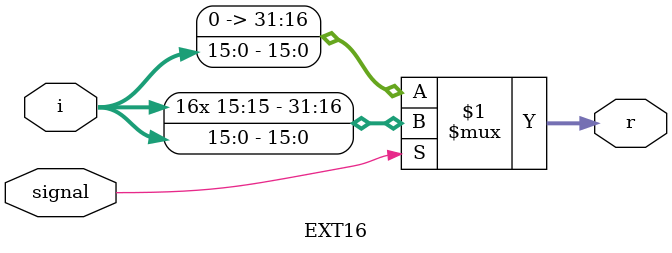
<source format=v>

module EXT16 #(parameter WIDTH = 16)(
	input [WIDTH-1:0] i,
	input signal,		// 1 resprent for signed
	output [31:0] r
	);
	
	assign r = signal ? {{(32-WIDTH){i[WIDTH-1]}}, i} : {{(32-WIDTH){1'b0}}, i};

endmodule

</source>
